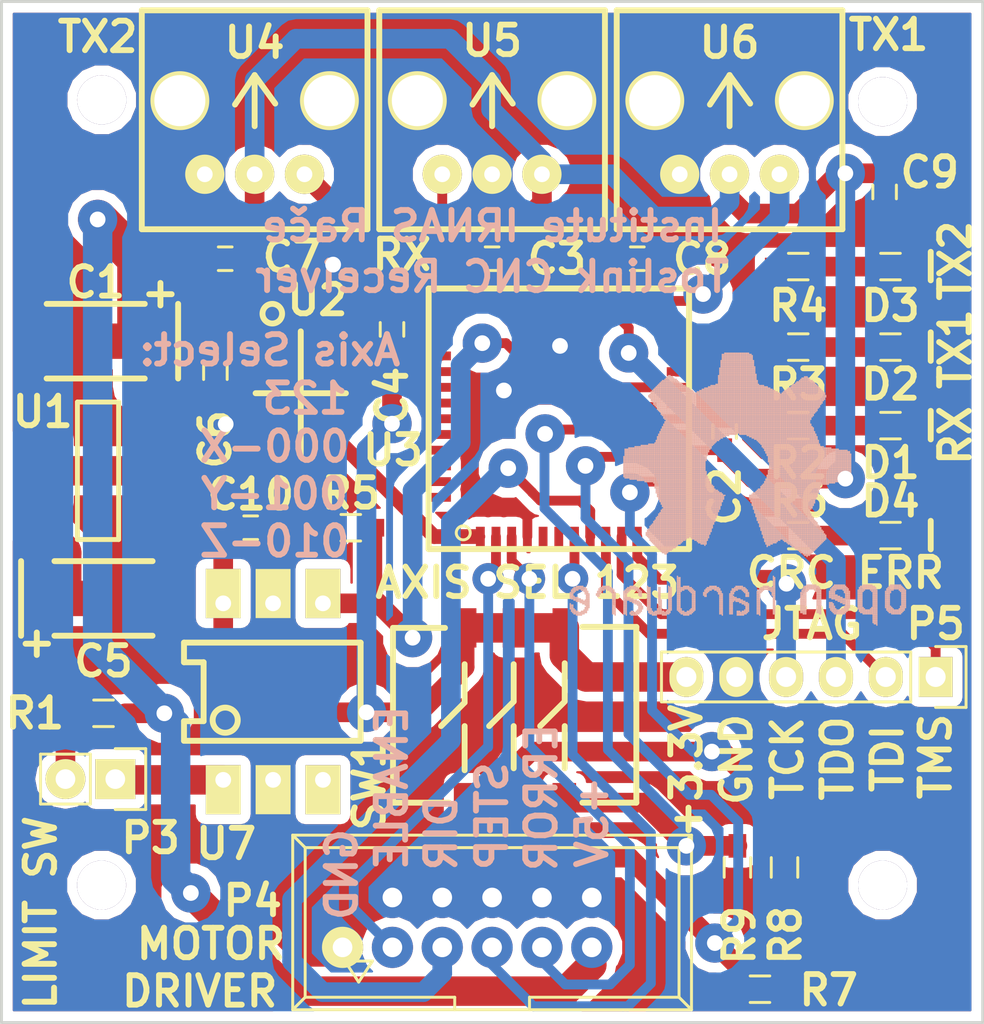
<source format=kicad_pcb>
(kicad_pcb (version 4) (host pcbnew 4.0.0-rc1-stable)
  (title_block (title "Toslink CNC Receiver One Axis") (date 2016-02-10) (rev 2.0) (company "Institute IRNAS Rače"))
  (layers (0 F.Cu signal) (31 B.Cu signal) (34 B.Paste user) (35 F.Paste user) (36 B.SilkS user) (37 F.SilkS user) (38 B.Mask user) (39 F.Mask user) (44 Edge.Cuts user))
  (net 0 "")
  (net 1 GND)
  (net 2 +5V)
  (net 3 +3V3)
  (net 4 ENABLE)
  (net 5 DIR)
  (net 6 STEP)
  (net 7 ERROR)
  (net 8 TMS)
  (net 9 TDI)
  (net 10 TDO)
  (net 11 TCK)
  (net 12 CLK)
  (net 13 TOLSINK_RX)
  (net 14 "Net-(P3-Pad1)")
  (net 15 "Net-(P3-Pad2)")
  (net 16 LIMIT)
  (net 17 TOSLINK_TX1)
  (net 18 TOSLINK_TX2)
  (net 19 "Net-(D1-Pad2)")
  (net 20 "Net-(D2-Pad2)")
  (net 21 "Net-(D3-Pad2)")
  (net 22 "Net-(D4-Pad2)")
  (net 23 CRC_ERROR)
  (net 24 AXIS_X)
  (net 25 AXIS_Y)
  (net 26 AXIS_Z)
  (net 27 RX_LED)
  (net 28 TX1_LED)
  (net 29 TX2_LED)
  (module VQFP44:VASCH5x2 (layer F.Cu) (at 67.476 119.8288)
    (fp_text reference P4 (at -12.2 -1.1) (layer F.SilkS) (effects (font (size 1.5 1.5) (thickness 0.3))))
    (fp_text value "PoStep25-32 connector" hide)
    (pad 1 thru_hole circle (at -5.08 1.27) (size 2.1 2.1) (drill 1) (layers *.Cu *.Mask) (net 4 ENABLE))
    (pad 2 thru_hole circle (at -5.08 -1.27) (size 2.1 2.1) (drill 1) (layers *.Cu *.Mask) (net 1 GND))
    (pad 3 thru_hole circle (at -2.54 1.27) (size 2.1 2.1) (drill 1) (layers *.Cu *.Mask) (net 5 DIR))
    (pad 4 thru_hole circle (at -2.54 -1.27) (size 2.1 2.1) (drill 1) (layers *.Cu *.Mask) (net 1 GND))
    (pad 5 thru_hole circle (at 0 1.27) (size 2.1 2.1) (drill 1) (layers *.Cu *.Mask) (net 6 STEP))
    (pad 6 thru_hole circle (at 0 -1.27) (size 2.1 2.1) (drill 1) (layers *.Cu *.Mask) (net 1 GND))
    (pad 7 thru_hole circle (at 2.54 1.27) (size 2.1 2.1) (drill 1) (layers *.Cu *.Mask) (net 7 ERROR))
    (pad 8 thru_hole circle (at 2.54 -1.27) (size 2.1 2.1) (drill 1) (layers *.Cu *.Mask) (net 1 GND))
    (pad 9 thru_hole circle (at 5.08 1.27) (size 2.1 2.1) (drill 1) (layers *.Cu *.Mask) (net 2 +5V))
    (pad 10 thru_hole circle (at 5.08 -1.27) (size 2.1 2.1) (drill 1) (layers *.Cu *.Mask) (net 1 GND))
    (pad 2 thru_hole circle (at -7.62 1.27) (size 2.1 2.1) (drill 1) (layers *.Cu *.Mask F.SilkS) (net 1 GND))
  )
  (module Socket_Strips:Socket_Strip_Straight_1x02 (layer F.Cu) (at 48.276 112.5288 180)
    (fp_text reference P3 (at -1.8 -3 360) (layer F.SilkS) (effects (font (size 1.5 1.5) (thickness 0.3))))
    (fp_text value "LIMIT SWITCH 1" hide)
    (pad 1 thru_hole rect (at 0 0 180) (size 2.032 2.032) (drill 1) (layers *.Cu *.Mask F.SilkS) (net 14 "Net-(P3-Pad1)"))
    (pad 2 thru_hole oval (at 2.54 0 180) (size 2.032 2.032) (drill 1) (layers *.Cu *.Mask F.SilkS) (net 15 "Net-(P3-Pad2)"))
  )
  (module VQFP44:DLT1111 (layer F.Cu) (at 55.376 81.7288)
    (fp_text reference U4 (at 0 -6.7) (layer F.SilkS) (effects (font (size 1.5 1.5) (thickness 0.3))))
    (fp_text value DLT1111 hide)
    (pad 1 thru_hole circle (at 3.81 -3.75) (size 3 3) (drill 2.6) (layers *.Cu *.Mask F.SilkS) (net 1 GND))
    (pad 3 thru_hole circle (at 2.54 0) (size 2 2) (drill 0.8) (layers *.Cu *.Mask F.SilkS) (net 18 TOSLINK_TX2))
    (pad 2 thru_hole circle (at 0 0) (size 2 2) (drill 0.8) (layers *.Cu *.Mask F.SilkS) (net 3 +3V3))
    (pad 1 thru_hole circle (at -2.54 0) (size 2 2) (drill 0.8) (layers *.Cu *.Mask F.SilkS) (net 1 GND))
    (pad 1 thru_hole circle (at -3.81 -3.75) (size 3 3) (drill 2.6) (layers *.Cu *.Mask F.SilkS) (net 1 GND))
  )
  (module VQFP44:DLR1111 (layer F.Cu) (at 67.476 81.7288)
    (fp_text reference U5 (at 0 -6.8) (layer F.SilkS) (effects (font (size 1.5 1.5) (thickness 0.3))))
    (fp_text value DLR1111 hide)
    (pad 2 thru_hole circle (at 3.81 -3.75) (size 3 3) (drill 2.6) (layers *.Cu *.Mask F.SilkS) (net 1 GND))
    (pad 3 thru_hole circle (at 2.54 0) (size 2 2) (drill 0.8) (layers *.Cu *.Mask F.SilkS) (net 3 +3V3))
    (pad 2 thru_hole circle (at 0 0) (size 2 2) (drill 0.8) (layers *.Cu *.Mask F.SilkS) (net 1 GND))
    (pad 1 thru_hole circle (at -2.54 0) (size 2 2) (drill 0.8) (layers *.Cu *.Mask F.SilkS) (net 13 TOLSINK_RX))
    (pad 2 thru_hole circle (at -3.81 -3.75) (size 3 3) (drill 2.6) (layers *.Cu *.Mask F.SilkS) (net 1 GND))
  )
  (module VQFP44:DLT1111 (layer F.Cu) (at 79.576 81.7288)
    (fp_text reference U6 (at 0 -6.7) (layer F.SilkS) (effects (font (size 1.5 1.5) (thickness 0.3))))
    (fp_text value DLT1111 hide)
    (pad 1 thru_hole circle (at 3.81 -3.75) (size 3 3) (drill 2.6) (layers *.Cu *.Mask F.SilkS) (net 1 GND))
    (pad 3 thru_hole circle (at 2.54 0) (size 2 2) (drill 0.8) (layers *.Cu *.Mask F.SilkS) (net 17 TOSLINK_TX1))
    (pad 2 thru_hole circle (at 0 0) (size 2 2) (drill 0.8) (layers *.Cu *.Mask F.SilkS) (net 3 +3V3))
    (pad 1 thru_hole circle (at -2.54 0) (size 2 2) (drill 0.8) (layers *.Cu *.Mask F.SilkS) (net 1 GND))
    (pad 1 thru_hole circle (at -3.81 -3.75) (size 3 3) (drill 2.6) (layers *.Cu *.Mask F.SilkS) (net 1 GND))
  )
  (module Socket_Strips:Socket_Strip_Straight_1x06 (layer F.Cu) (at 90.076 107.3288 180)
    (fp_text reference P5 (at 0 2.7 180) (layer F.SilkS) (effects (font (size 1.5 1.5) (thickness 0.3))))
    (fp_text value JTAG (at 6.3 2.7 180) (layer F.SilkS) (effects (font (size 1.5 1.5) (thickness 0.3))))
    (fp_text user +3.3V (at 12.7 -4.8 270) (layer F.SilkS) (effects (font (size 1.5 1.5) (thickness 0.3))))
    (fp_text user GND (at 10.15 -4.2 270) (layer F.SilkS) (effects (font (size 1.5 1.5) (thickness 0.3))))
    (fp_text user TCK (at 7.55 -4.15 270) (layer F.SilkS) (effects (font (size 1.5 1.5) (thickness 0.3))))
    (fp_text user TDO (at 5 -4.15 270) (layer F.SilkS) (effects (font (size 1.5 1.5) (thickness 0.3))))
    (fp_text user TDI (at 2.45 -4.15 270) (layer F.SilkS) (effects (font (size 1.5 1.5) (thickness 0.3))))
    (fp_text user TMS (at 0 -4.05 270) (layer F.SilkS) (effects (font (size 1.5 1.5) (thickness 0.3))))
    (pad 1 thru_hole rect (at 0 0 180) (size 1.7272 2.032) (drill 1.016) (layers *.Cu *.Mask F.SilkS) (net 8 TMS))
    (pad 2 thru_hole oval (at 2.54 0 180) (size 1.7272 2.032) (drill 1.016) (layers *.Cu *.Mask F.SilkS) (net 9 TDI))
    (pad 3 thru_hole oval (at 5.08 0 180) (size 1.7272 2.032) (drill 1.016) (layers *.Cu *.Mask F.SilkS) (net 10 TDO))
    (pad 4 thru_hole oval (at 7.62 0 180) (size 1.7272 2.032) (drill 1.016) (layers *.Cu *.Mask F.SilkS) (net 11 TCK))
    (pad 5 thru_hole oval (at 10.16 0 180) (size 1.7272 2.032) (drill 1.016) (layers *.Cu *.Mask F.SilkS) (net 1 GND))
    (pad 6 thru_hole oval (at 12.7 0 180) (size 1.7272 2.032) (drill 1.016) (layers *.Cu *.Mask F.SilkS) (net 3 +3V3))
  )
  (module VQFP44:MountingHole_1-5mm (layer F.Cu) (at 47.586 77.9388)
    (fp_text reference REF** hide)
    (fp_text value MountingHole_1-5mm hide)
    (pad 1 thru_hole circle (at 0 0) (size 2.5 2.5) (drill 2.5) (layers *.Cu))
  )
  (module VQFP44:MountingHole_1-5mm (layer F.Cu) (at 87.376 78.0288)
    (fp_text reference REF** hide)
    (fp_text value MountingHole_1-5mm hide)
    (pad 1 thru_hole circle (at 0 0) (size 2.5 2.5) (drill 2.5) (layers *.Cu))
  )
  (module VQFP44:MountingHole_1-5mm (layer F.Cu) (at 47.576 117.9288)
    (fp_text reference REF** hide)
    (fp_text value MountingHole_1-5mm hide)
    (pad 1 thru_hole circle (at 0 0) (size 2.5 2.5) (drill 2.5) (layers *.Cu))
  )
  (module VQFP44:H11L1S-M (layer F.Cu) (at 53.776 103.5788)
    (fp_text reference U7 (at 0.15 12.25 180) (layer F.SilkS) (effects (font (size 1.5 1.5) (thickness 0.3))))
    (fp_text value H11L1S-M hide)
    (pad 3 thru_hole rect (at 5.08 8.99) (size 1.78 2.5) (drill 0.8 (offset 0 0.5)) (layers *.Cu *.Mask F.SilkS))
    (pad 2 thru_hole rect (at 2.54 8.99) (size 1.78 2.5) (drill 0.8 (offset 0 0.5)) (layers *.Cu *.Mask F.SilkS) (net 1 GND))
    (pad 1 thru_hole rect (at 0 8.99) (size 1.78 2.5) (drill 0.8 (offset 0 0.5)) (layers *.Cu *.Mask F.SilkS) (net 14 "Net-(P3-Pad1)"))
    (pad 4 thru_hole rect (at 5.08 0) (size 1.78 2.5) (drill 0.8 (offset 0 -0.5)) (layers *.Cu *.Mask F.SilkS) (net 16 LIMIT))
    (pad 5 thru_hole rect (at 2.54 0) (size 1.78 2.5) (drill 0.8 (offset 0 -0.5)) (layers *.Cu *.Mask F.SilkS) (net 1 GND))
    (pad 6 thru_hole rect (at 0 0) (size 1.78 2.5) (drill 0.8 (offset 0 -0.5)) (layers *.Cu *.Mask F.SilkS) (net 3 +3V3))
  )
  (module VQFP44:VQFP44 (layer F.Cu) (at 66.876 100.1788)
    (fp_text reference U3 (at -4.45 -4.4 180) (layer F.SilkS) (effects (font (size 1.5 1.5) (thickness 0.3))))
    (fp_text value XC9572XL hide)
    (pad 1 smd rect (at 0 0) (size 0.44958 1) (layers F.Cu F.Paste F.Mask) (net 12 CLK))
    (pad 2 smd rect (at 0.79756 0) (size 0.44958 1) (layers F.Cu F.Paste F.Mask) (net 4 ENABLE))
    (pad 3 smd rect (at 1.59766 0) (size 0.44958 1) (layers F.Cu F.Paste F.Mask) (net 7 ERROR))
    (pad 4 smd rect (at 2.39776 0) (size 0.44958 1) (layers F.Cu F.Paste F.Mask) (net 1 GND))
    (pad 5 smd rect (at 3.19786 0) (size 0.44958 1) (layers F.Cu F.Paste F.Mask))
    (pad 6 smd rect (at 3.99796 0) (size 0.44958 1) (layers F.Cu F.Paste F.Mask))
    (pad 7 smd rect (at 4.79806 0) (size 0.44958 1) (layers F.Cu F.Paste F.Mask) (net 6 STEP))
    (pad 8 smd rect (at 5.59816 0) (size 0.44958 1) (layers F.Cu F.Paste F.Mask) (net 5 DIR))
    (pad 9 smd rect (at 6.39826 0) (size 0.44958 1) (layers F.Cu F.Paste F.Mask) (net 9 TDI))
    (pad 10 smd rect (at 7.19836 0) (size 0.44958 1) (layers F.Cu F.Paste F.Mask) (net 8 TMS))
    (pad 11 smd rect (at 7.99846 0) (size 0.44958 1) (layers F.Cu F.Paste F.Mask) (net 11 TCK))
    (pad 12 smd rect (at 9.99998 -1.99898 270) (size 0.44958 1) (layers F.Cu F.Paste F.Mask) (net 23 CRC_ERROR))
    (pad 13 smd rect (at 9.99998 -2.79908 270) (size 0.44958 1) (layers F.Cu F.Paste F.Mask) (net 25 AXIS_Y))
    (pad 14 smd rect (at 9.99998 -3.59918 270) (size 0.44958 1) (layers F.Cu F.Paste F.Mask) (net 24 AXIS_X))
    (pad 15 smd rect (at 9.99998 -4.39928 270) (size 0.44958 1) (layers F.Cu F.Paste F.Mask) (net 3 +3V3))
    (pad 16 smd rect (at 9.99998 -5.19938 270) (size 0.44958 1) (layers F.Cu F.Paste F.Mask) (net 26 AXIS_Z))
    (pad 17 smd rect (at 9.99998 -5.99948 270) (size 0.44958 1) (layers F.Cu F.Paste F.Mask) (net 1 GND))
    (pad 18 smd rect (at 9.99998 -6.79958 270) (size 0.44958 1) (layers F.Cu F.Paste F.Mask))
    (pad 19 smd rect (at 9.99998 -7.59968 270) (size 0.44958 1) (layers F.Cu F.Paste F.Mask) (net 16 LIMIT))
    (pad 20 smd rect (at 9.99998 -8.39978 270) (size 0.44958 1) (layers F.Cu F.Paste F.Mask) (net 27 RX_LED))
    (pad 21 smd rect (at 9.99998 -9.19988 270) (size 0.44958 1) (layers F.Cu F.Paste F.Mask) (net 28 TX1_LED))
    (pad 22 smd rect (at 9.99998 -9.99998 270) (size 0.44958 1) (layers F.Cu F.Paste F.Mask) (net 29 TX2_LED))
    (pad 23 smd rect (at 7.99846 -11.99896 180) (size 0.44958 1) (layers F.Cu F.Paste F.Mask) (net 17 TOSLINK_TX1))
    (pad 24 smd rect (at 7.19836 -11.99896 180) (size 0.44958 1) (layers F.Cu F.Paste F.Mask) (net 10 TDO))
    (pad 25 smd rect (at 6.39826 -11.99896 180) (size 0.44958 1) (layers F.Cu F.Paste F.Mask) (net 1 GND))
    (pad 26 smd rect (at 5.59816 -11.99896 180) (size 0.44958 1) (layers F.Cu F.Paste F.Mask) (net 3 +3V3))
    (pad 27 smd rect (at 4.79806 -11.99896 180) (size 0.44958 1) (layers F.Cu F.Paste F.Mask))
    (pad 28 smd rect (at 3.99796 -11.99896 180) (size 0.44958 1) (layers F.Cu F.Paste F.Mask))
    (pad 29 smd rect (at 3.19786 -11.99896 180) (size 0.44958 1) (layers F.Cu F.Paste F.Mask))
    (pad 30 smd rect (at 2.39776 -11.99896 180) (size 0.44958 1) (layers F.Cu F.Paste F.Mask))
    (pad 31 smd rect (at 1.59766 -11.99896 180) (size 0.44958 1) (layers F.Cu F.Paste F.Mask))
    (pad 32 smd rect (at 0.79756 -11.99896 180) (size 0.44958 1) (layers F.Cu F.Paste F.Mask))
    (pad 33 smd rect (at 0 -11.99896 180) (size 0.44958 1) (layers F.Cu F.Paste F.Mask) (net 13 TOLSINK_RX))
    (pad 34 smd rect (at -1.99898 -9.99998 90) (size 0.44958 1) (layers F.Cu F.Paste F.Mask) (net 18 TOSLINK_TX2))
    (pad 35 smd rect (at -1.99898 -9.19988 90) (size 0.44958 1) (layers F.Cu F.Paste F.Mask) (net 3 +3V3))
    (pad 36 smd rect (at -1.99898 -8.39978 90) (size 0.44958 1) (layers F.Cu F.Paste F.Mask))
    (pad 37 smd rect (at -1.99898 -7.59968 90) (size 0.44958 1) (layers F.Cu F.Paste F.Mask))
    (pad 38 smd rect (at -1.99898 -6.79958 90) (size 0.44958 1) (layers F.Cu F.Paste F.Mask))
    (pad 39 smd rect (at -1.99898 -5.99948 90) (size 0.44958 1) (layers F.Cu F.Paste F.Mask))
    (pad 40 smd rect (at -1.99898 -5.19938 90) (size 0.44958 1) (layers F.Cu F.Paste F.Mask))
    (pad 41 smd rect (at -1.99898 -4.39928 90) (size 0.44958 1) (layers F.Cu F.Paste F.Mask))
    (pad 42 smd rect (at -1.99898 -3.59918 90) (size 0.44958 1) (layers F.Cu F.Paste F.Mask))
    (pad 43 smd rect (at -1.99898 -2.79908 90) (size 0.44958 1) (layers F.Cu F.Paste F.Mask))
    (pad 44 smd rect (at -1.99898 -1.99898 90) (size 0.44958 1) (layers F.Cu F.Paste F.Mask))
  )
  (module VQFP44:SOT-223 (layer F.Cu) (at 50.376 96.8288 90)
    (fp_text reference U1 (at 3 -5.8 180) (layer F.SilkS) (effects (font (size 1.5 1.5) (thickness 0.3))))
    (fp_text value TLV1117 hide)
    (pad 3 smd rect (at 2.3 0 90) (size 0.95 2.15) (layers F.Cu F.Paste F.Mask) (net 2 +5V))
    (pad 1 smd rect (at -2.3 0 90) (size 0.95 2.15) (layers F.Cu F.Paste F.Mask) (net 1 GND))
    (pad 2 smd rect (at 0 0 90) (size 0.95 2.15) (layers F.Cu F.Paste F.Mask) (net 3 +3V3))
    (pad 2 smd rect (at 0 -5.8 90) (size 3.25 2.15) (layers F.Cu F.Paste F.Mask) (net 3 +3V3))
  )
  (module Resistors_SMD:R_0603_HandSoldering (layer F.Cu) (at 60.276 99.7288)
    (fp_text reference R5 (at 0 -1.75) (layer F.SilkS) (effects (font (size 1.5 1.5) (thickness 0.3))))
    (fp_text value 10K hide)
    (pad 1 smd rect (at -1.1 0) (size 1.2 0.9) (layers F.Cu F.Paste F.Mask) (net 3 +3V3))
    (pad 2 smd rect (at 1.1 0) (size 1.2 0.9) (layers F.Cu F.Paste F.Mask) (net 16 LIMIT))
  )
  (module Resistors_SMD:R_0603_HandSoldering (layer F.Cu) (at 47.676 109.1788 180)
    (fp_text reference R1 (at 3.5 0 180) (layer F.SilkS) (effects (font (size 1.5 1.5) (thickness 0.3))))
    (fp_text value 1K hide)
    (pad 1 smd rect (at -1.1 0 180) (size 1.2 0.9) (layers F.Cu F.Paste F.Mask) (net 2 +5V))
    (pad 2 smd rect (at 1.1 0 180) (size 1.2 0.9) (layers F.Cu F.Paste F.Mask) (net 15 "Net-(P3-Pad2)"))
  )
  (module Capacitors_SMD:C_0603_HandSoldering (layer F.Cu) (at 55.176 99.7288 180)
    (fp_text reference C10 (at 0 1.7 180) (layer F.SilkS) (effects (font (size 1.5 1.5) (thickness 0.3))))
    (fp_text value 100nF,25V hide)
    (pad 1 smd rect (at -0.95 0 180) (size 1.2 0.75) (layers F.Cu F.Paste F.Mask) (net 1 GND))
    (pad 2 smd rect (at 0.95 0 180) (size 1.2 0.75) (layers F.Cu F.Paste F.Mask) (net 3 +3V3))
  )
  (module Capacitors_SMD:C_0603_HandSoldering (layer F.Cu) (at 87.476 82.6288 270)
    (fp_text reference C9 (at -1 -2.3 540) (layer F.SilkS) (effects (font (size 1.5 1.5) (thickness 0.3))))
    (fp_text value 100nF,25V hide)
    (pad 1 smd rect (at -0.95 0 270) (size 1.2 0.75) (layers F.Cu F.Paste F.Mask) (net 3 +3V3))
    (pad 2 smd rect (at 0.95 0 270) (size 1.2 0.75) (layers F.Cu F.Paste F.Mask) (net 1 GND))
  )
  (module Capacitors_SMD:C_0603_HandSoldering (layer F.Cu) (at 74.876 86.0288)
    (fp_text reference C8 (at 3.3 0) (layer F.SilkS) (effects (font (size 1.5 1.5) (thickness 0.3))))
    (fp_text value 100nF,25V hide)
    (pad 1 smd rect (at -0.95 0) (size 1.2 0.75) (layers F.Cu F.Paste F.Mask) (net 3 +3V3))
    (pad 2 smd rect (at 0.95 0) (size 1.2 0.75) (layers F.Cu F.Paste F.Mask) (net 1 GND))
  )
  (module Capacitors_SMD:C_0603_HandSoldering (layer F.Cu) (at 53.876 86.0288 180)
    (fp_text reference C7 (at -3.4 0.1 180) (layer F.SilkS) (effects (font (size 1.5 1.5) (thickness 0.3))))
    (fp_text value 100nF,25V hide)
    (pad 1 smd rect (at -0.95 0 180) (size 1.2 0.75) (layers F.Cu F.Paste F.Mask) (net 3 +3V3))
    (pad 2 smd rect (at 0.95 0 180) (size 1.2 0.75) (layers F.Cu F.Paste F.Mask) (net 1 GND))
  )
  (module Capacitors_SMD:C_0603_HandSoldering (layer F.Cu) (at 53.376 91.8288 90)
    (fp_text reference C6 (at -3.4 0 90) (layer F.SilkS) (effects (font (size 1.5 1.5) (thickness 0.3))))
    (fp_text value 100nF,25V hide)
    (pad 1 smd rect (at -0.95 0 90) (size 1.2 0.75) (layers F.Cu F.Paste F.Mask) (net 1 GND))
    (pad 2 smd rect (at 0.95 0 90) (size 1.2 0.75) (layers F.Cu F.Paste F.Mask) (net 3 +3V3))
  )
  (module VQFP44:TantalC_SizeB_EIA-3528_HandSoldering (layer F.Cu) (at 47.676 103.3288)
    (fp_text reference C5 (at 0 3.2) (layer F.SilkS) (effects (font (size 1.5 1.5) (thickness 0.3))))
    (fp_text value 10uF,25V hide)
    (fp_text user + (at -3.4 2.2) (layer F.SilkS) (effects (font (size 1.5 1.5) (thickness 0.3))))
    (pad 2 smd rect (at 2.12598 0) (size 3.1496 1.80086) (layers F.Cu F.Paste F.Mask) (net 1 GND))
    (pad 1 smd rect (at -2.12598 0) (size 3.1496 1.80086) (layers F.Cu F.Paste F.Mask) (net 3 +3V3))
  )
  (module Capacitors_SMD:C_0603_HandSoldering (layer F.Cu) (at 62.376 89.6288 270)
    (fp_text reference C4 (at 3.4 0 270) (layer F.SilkS) (effects (font (size 1.5 1.5) (thickness 0.3))))
    (fp_text value 100nF,25V hide)
    (pad 1 smd rect (at -0.95 0 270) (size 1.2 0.75) (layers F.Cu F.Paste F.Mask) (net 1 GND))
    (pad 2 smd rect (at 0.95 0 270) (size 1.2 0.75) (layers F.Cu F.Paste F.Mask) (net 3 +3V3))
  )
  (module Capacitors_SMD:C_0603_HandSoldering (layer F.Cu) (at 67.476 86.0288)
    (fp_text reference C3 (at 3.3 0) (layer F.SilkS) (effects (font (size 1.5 1.5) (thickness 0.3))))
    (fp_text value 100nF,25V hide)
    (pad 1 smd rect (at -0.95 0) (size 1.2 0.75) (layers F.Cu F.Paste F.Mask) (net 1 GND))
    (pad 2 smd rect (at 0.95 0) (size 1.2 0.75) (layers F.Cu F.Paste F.Mask) (net 3 +3V3))
  )
  (module Capacitors_SMD:C_0603_HandSoldering (layer F.Cu) (at 79.326 94.8288 270)
    (fp_text reference C2 (at 3.3 0 270) (layer F.SilkS) (effects (font (size 1.5 1.5) (thickness 0.3))))
    (fp_text value 100nF,25V hide)
    (pad 1 smd rect (at -0.95 0 270) (size 1.2 0.75) (layers F.Cu F.Paste F.Mask) (net 1 GND))
    (pad 2 smd rect (at 0.95 0 270) (size 1.2 0.75) (layers F.Cu F.Paste F.Mask) (net 3 +3V3))
  )
  (module VQFP44:TantalC_SizeB_EIA-3528_HandSoldering (layer F.Cu) (at 47.276 90.2288 180)
    (fp_text reference C1 (at 0 3 360) (layer F.SilkS) (effects (font (size 1.5 1.5) (thickness 0.3))))
    (fp_text value 10uF,25V hide)
    (fp_text user + (at -3.3 2.5 180) (layer F.SilkS) (effects (font (size 1.5 1.5) (thickness 0.3))))
    (pad 2 smd rect (at 2.12598 0 180) (size 3.1496 1.80086) (layers F.Cu F.Paste F.Mask) (net 1 GND))
    (pad 1 smd rect (at -2.12598 0 180) (size 3.1496 1.80086) (layers F.Cu F.Paste F.Mask) (net 2 +5V))
  )
  (module CFPS-9-50M:CFPS-9-50M (layer F.Cu) (at 56.576 91.6288 270)
    (fp_text reference U2 (at -3.5 -2 360) (layer F.SilkS) (effects (font (size 1.5 1.5) (thickness 0.3))))
    (fp_text value CFPS-9-50M hide)
    (pad 4 smd rect (at -0.64 -2.49 270) (size 2.9 2) (layers F.Cu F.Paste F.Mask) (net 3 +3V3))
    (pad 3 smd rect (at 3.18 -2.5 270) (size 2.9 2) (layers F.Cu F.Paste F.Mask) (net 12 CLK))
    (pad 2 smd rect (at 3.18 0.28 270) (size 2.9 2) (layers F.Cu F.Paste F.Mask) (net 1 GND))
    (pad 1 smd rect (at -0.65 0.27 270) (size 2.9 2) (layers F.Cu F.Paste F.Mask) (net 3 +3V3))
  )
  (module VQFP44:MountingHole_1-5mm (layer F.Cu) (at 87.376 117.9288)
    (fp_text reference REF** hide)
    (fp_text value MountingHole_1-5mm hide)
    (pad 1 thru_hole circle (at 0 0) (size 2.5 2.5) (drill 2.5) (layers *.Cu))
  )
  (module VQFP44:LED_0603_HandSoldering (layer F.Cu) (at 87.776 94.5288)
    (fp_text reference D1 (at 0 1.9) (layer F.SilkS) (effects (font (size 1.5 1.5) (thickness 0.3))))
    (fp_text value "LED Green" hide)
    (pad 2 smd rect (at -1.1 0) (size 1.2 0.9) (layers F.Cu F.Paste F.Mask) (net 19 "Net-(D1-Pad2)"))
    (pad 1 smd rect (at 1.1 0) (size 1.2 0.9) (layers F.Cu F.Paste F.Mask) (net 1 GND))
  )
  (module VQFP44:LED_0603_HandSoldering (layer F.Cu) (at 87.776 90.5288)
    (fp_text reference D2 (at 0 1.9) (layer F.SilkS) (effects (font (size 1.5 1.5) (thickness 0.3))))
    (fp_text value "LED Green" hide)
    (pad 2 smd rect (at -1.1 0) (size 1.2 0.9) (layers F.Cu F.Paste F.Mask) (net 20 "Net-(D2-Pad2)"))
    (pad 1 smd rect (at 1.1 0) (size 1.2 0.9) (layers F.Cu F.Paste F.Mask) (net 1 GND))
  )
  (module VQFP44:LED_0603_HandSoldering (layer F.Cu) (at 87.776 86.4288)
    (fp_text reference D3 (at 0 2) (layer F.SilkS) (effects (font (size 1.5 1.5) (thickness 0.3))))
    (fp_text value "LED Green" hide)
    (pad 2 smd rect (at -1.1 0) (size 1.2 0.9) (layers F.Cu F.Paste F.Mask) (net 21 "Net-(D3-Pad2)"))
    (pad 1 smd rect (at 1.1 0) (size 1.2 0.9) (layers F.Cu F.Paste F.Mask) (net 1 GND))
  )
  (module Resistors_SMD:R_0603_HandSoldering (layer F.Cu) (at 83.076 94.5288 180)
    (fp_text reference R2 (at 0 -1.9 180) (layer F.SilkS) (effects (font (size 1.5 1.5) (thickness 0.3))))
    (fp_text value 1K hide)
    (pad 1 smd rect (at -1.1 0 180) (size 1.2 0.9) (layers F.Cu F.Paste F.Mask) (net 19 "Net-(D1-Pad2)"))
    (pad 2 smd rect (at 1.1 0 180) (size 1.2 0.9) (layers F.Cu F.Paste F.Mask) (net 27 RX_LED))
  )
  (module Resistors_SMD:R_0603_HandSoldering (layer F.Cu) (at 83.076 90.5288 180)
    (fp_text reference R3 (at 0 -1.9 180) (layer F.SilkS) (effects (font (size 1.5 1.5) (thickness 0.3))))
    (fp_text value 1K hide)
    (pad 1 smd rect (at -1.1 0 180) (size 1.2 0.9) (layers F.Cu F.Paste F.Mask) (net 20 "Net-(D2-Pad2)"))
    (pad 2 smd rect (at 1.1 0 180) (size 1.2 0.9) (layers F.Cu F.Paste F.Mask) (net 28 TX1_LED))
  )
  (module Resistors_SMD:R_0603_HandSoldering (layer F.Cu) (at 83.076 86.4288 180)
    (fp_text reference R4 (at 0 -2 180) (layer F.SilkS) (effects (font (size 1.5 1.5) (thickness 0.3))))
    (fp_text value 1K hide)
    (pad 1 smd rect (at -1.1 0 180) (size 1.2 0.9) (layers F.Cu F.Paste F.Mask) (net 21 "Net-(D3-Pad2)"))
    (pad 2 smd rect (at 1.1 0 180) (size 1.2 0.9) (layers F.Cu F.Paste F.Mask) (net 29 TX2_LED))
  )
  (module VQFP44:LED_0603_HandSoldering (layer F.Cu) (at 87.776 100.1288)
    (fp_text reference D4 (at 0 -1.75 180) (layer F.SilkS) (effects (font (size 1.5 1.5) (thickness 0.3))))
    (fp_text value "LED Red" hide)
    (pad 2 smd rect (at -1.1 0) (size 1.2 0.9) (layers F.Cu F.Paste F.Mask) (net 22 "Net-(D4-Pad2)"))
    (pad 1 smd rect (at 1.1 0) (size 1.2 0.9) (layers F.Cu F.Paste F.Mask) (net 1 GND))
  )
  (module Resistors_SMD:R_0603_HandSoldering (layer F.Cu) (at 83.076 100.1288 180)
    (fp_text reference R6 (at -0.05 1.75 360) (layer F.SilkS) (effects (font (size 1.5 1.5) (thickness 0.3))))
    (fp_text value 1K hide)
    (pad 1 smd rect (at -1.1 0 180) (size 1.2 0.9) (layers F.Cu F.Paste F.Mask) (net 22 "Net-(D4-Pad2)"))
    (pad 2 smd rect (at 1.1 0 180) (size 1.2 0.9) (layers F.Cu F.Paste F.Mask) (net 23 CRC_ERROR))
  )
  (module Resistors_SMD:R_0603_HandSoldering (layer F.Cu) (at 81.126 123.2288 180)
    (fp_text reference R7 (at -3.5 -0.05 180) (layer F.SilkS) (effects (font (size 1.5 1.5) (thickness 0.3))))
    (fp_text value 10K hide)
    (pad 1 smd rect (at -1.1 0 180) (size 1.2 0.9) (layers F.Cu F.Paste F.Mask) (net 1 GND))
    (pad 2 smd rect (at 1.1 0 180) (size 1.2 0.9) (layers F.Cu F.Paste F.Mask) (net 24 AXIS_X))
  )
  (module Resistors_SMD:R_0603_HandSoldering (layer F.Cu) (at 82.376 117.0288 90)
    (fp_text reference R8 (at -3.45 0.05 270) (layer F.SilkS) (effects (font (size 1.5 1.5) (thickness 0.3))))
    (fp_text value 10K hide)
    (pad 1 smd rect (at -1.1 0 90) (size 1.2 0.9) (layers F.Cu F.Paste F.Mask) (net 1 GND))
    (pad 2 smd rect (at 1.1 0 90) (size 1.2 0.9) (layers F.Cu F.Paste F.Mask) (net 25 AXIS_Y))
  )
  (module Resistors_SMD:R_0603_HandSoldering (layer F.Cu) (at 79.976 117.0288 90)
    (fp_text reference R9 (at -3.45 0.1 90) (layer F.SilkS) (effects (font (size 1.5 1.5) (thickness 0.3))))
    (fp_text value 10K hide)
    (pad 1 smd rect (at -1.1 0 90) (size 1.2 0.9) (layers F.Cu F.Paste F.Mask) (net 1 GND))
    (pad 2 smd rect (at 1.1 0 90) (size 1.2 0.9) (layers F.Cu F.Paste F.Mask) (net 26 AXIS_Z))
  )
  (module OMRON_ELECTRONIC_COMPONENTS_A6S-3102-H_DIP_Switch:OMRON_ELECTRONIC_COMPONENTS_A6S-3102-H_DIP_Switch (layer F.Cu) (at 66.076 113.7288)
    (fp_text reference SW1 (at -4.85 -0.9 90) (layer F.SilkS) (effects (font (size 1.5 1.5) (thickness 0.3))))
    (fp_text value DIP3 hide)
    (pad 3 smd rect (at 5.08 0) (size 1.2 2) (layers F.Cu F.Paste F.Mask) (net 26 AXIS_Z))
    (pad 4 smd rect (at 5.08 -8.9) (size 1.2 2) (layers F.Cu F.Paste F.Mask) (net 3 +3V3))
    (pad 5 smd rect (at 2.54 -8.9) (size 1.2 2) (layers F.Cu F.Paste F.Mask) (net 3 +3V3))
    (pad 6 smd rect (at 0 -8.9) (size 1.2 2) (layers F.Cu F.Paste F.Mask) (net 3 +3V3))
    (pad 2 smd rect (at 2.54 0) (size 1.2 2) (layers F.Cu F.Paste F.Mask) (net 25 AXIS_Y))
    (pad 1 smd rect (at 0 0) (size 1.1 2) (layers F.Cu F.Paste F.Mask) (net 24 AXIS_X))
  )
  (module OPEN_HW:OSHWLOGO0.75IN (layer B.Cu) (at 89.526 88.4588 180)
    (fp_text reference G*** hide)
    (fp_text value LOGO hide)
  )
  (gr_text 123 (at 57.946 93.1488) (layer B.SilkS) (effects (font (size 1.5 1.5) (thickness 0.3)) (justify mirror)))
  (gr_text "000-X\n001-Y\n010-Z" (at 56.386 98.0088) (layer B.SilkS) (effects (font (size 1.5 1.5) (thickness 0.3)) (justify mirror)))
  (gr_text "Axis Select:" (at 56.156 90.6888) (layer B.SilkS) (effects (font (size 1.5 1.5) (thickness 0.3)) (justify mirror)))
  (gr_text "Toslink CNC Receiver" (at 67.476 86.9488) (layer B.SilkS) (effects (font (size 1.5 1.5) (thickness 0.3)) (justify mirror)))
  (gr_text "Institute IRNAS Rače" (at 67.476 84.3688) (layer B.SilkS) (effects (font (size 1.5 1.5) (thickness 0.3)) (justify mirror)))
  (gr_text GND (at 59.816 117.3888 90) (layer B.SilkS) (effects (font (size 1.5 1.5) (thickness 0.3)) (justify mirror)))
  (gr_text +5V (at 72.576 114.7188 90) (layer B.SilkS) (effects (font (size 1.5 1.5) (thickness 0.3)) (justify mirror)))
  (gr_text ERROR (at 69.986 113.4588 90) (layer B.SilkS) (effects (font (size 1.5 1.5) (thickness 0.3)) (justify mirror)))
  (gr_text STEP (at 67.476 114.4188 90) (layer B.SilkS) (effects (font (size 1.5 1.5) (thickness 0.3)) (justify mirror)))
  (gr_text DIR (at 64.886 115.2888 90) (layer B.SilkS) (effects (font (size 1.5 1.5) (thickness 0.3)) (justify mirror)))
  (gr_text ENABLE (at 62.366 112.9688 90) (layer B.SilkS) (effects (font (size 1.5 1.5) (thickness 0.3)) (justify mirror)))
  (gr_text TX2 (at 91.076 86.1288 90) (layer F.SilkS) (effects (font (size 1.5 1.5) (thickness 0.3))))
  (gr_text TX1 (at 91.076 90.6288 90) (layer F.SilkS) (effects (font (size 1.5 1.5) (thickness 0.3))))
  (gr_text RX (at 91.076 95.0288 90) (layer F.SilkS) (effects (font (size 1.5 1.5) (thickness 0.3))))
  (gr_text "AXIS SEL 123" (at 69.276 102.5288) (layer F.SilkS) (effects (font (size 1.5 1.5) (thickness 0.3))))
  (gr_text " MOTOR\nDRIVER" (at 52.576 122.1288) (layer F.SilkS) (effects (font (size 1.5 1.5) (thickness 0.3))))
  (gr_text "LIMIT SW" (at 44.476 119.3288 90) (layer F.SilkS) (effects (font (size 1.5 1.5) (thickness 0.3))))
  (gr_text "CRC ERR" (at 85.476 102.0288) (layer F.SilkS) (effects (font (size 1.5 1.5) (thickness 0.3))))
  (gr_text TX1 (at 87.676 74.6288) (layer F.SilkS) (effects (font (size 1.5 1.5) (thickness 0.3))))
  (gr_text TX2 (at 47.376 74.7288) (layer F.SilkS) (effects (font (size 1.5 1.5) (thickness 0.3))))
  (gr_text RX (at 62.876 85.8288) (layer F.SilkS) (effects (font (size 1.5 1.5) (thickness 0.3))))
  (gr_line (start 92.476 72.9288) (end 42.476 72.9288) (angle 90) (layer Edge.Cuts) (width 0.15))
  (gr_line (start 92.476 124.9288) (end 92.476 72.9288) (angle 90) (layer Edge.Cuts) (width 0.15))
  (gr_line (start 42.476 124.9288) (end 92.476 124.9288) (angle 90) (layer Edge.Cuts) (width 0.15))
  (gr_line (start 42.476 72.9288) (end 42.476 124.9288) (angle 90) (layer Edge.Cuts) (width 0.15))
  (segment (start 68.076 92.7388) (end 68.666 92.7388) (width 1) (layer B.Cu) (net 1))
  (segment (start 68.666 92.7388) (end 70.936 90.4688) (width 1) (layer B.Cu) (net 1))
  (segment (start 70.936 90.4688) (end 70.936 90.4788) (width 1) (layer B.Cu) (net 1))
  (segment (start 70.936 90.4788) (end 79.916 99.4588) (width 1) (layer B.Cu) (net 1))
  (segment (start 70.936 87.1388) (end 70.936 90.4688) (width 1) (layer B.Cu) (net 1))
  (segment (start 73.27426 89.38054) (end 73.27426 88.17984) (width 0.5) (layer F.Cu) (net 1))
  (segment (start 70.936 90.4688) (end 72.186 90.4688) (width 0.5) (layer F.Cu) (net 1))
  (via (at 70.936 90.4688) (size 2) (drill 0.8) (layers F.Cu B.Cu) (net 1))
  (segment (start 72.186 90.4688) (end 73.27426 89.38054) (width 0.5) (layer F.Cu) (net 1))
  (segment (start 70.936 87.1388) (end 70.936 87.1288) (width 1) (layer B.Cu) (net 1))
  (segment (start 70.936 87.1288) (end 70.936 87.1388) (width 1) (layer B.Cu) (net 1))
  (segment (start 68.076 92.7388) (end 68.916 92.7388) (width 0.5) (layer F.Cu) (net 1))
  (segment (start 73.526 93.4788) (end 71.736 93.4788) (width 0.5) (layer F.Cu) (net 1))
  (segment (start 75.77652 94.17932) (end 76.87598 94.17932) (width 0.5) (layer F.Cu) (net 1))
  (segment (start 75.076 93.4788) (end 73.526 93.4788) (width 0.5) (layer F.Cu) (net 1))
  (segment (start 75.77652 94.17932) (end 75.076 93.4788) (width 0.5) (layer F.Cu) (net 1))
  (segment (start 71.466 93.2088) (end 71.736 93.4788) (width 0.5) (layer F.Cu) (net 1))
  (segment (start 69.386 93.2088) (end 71.466 93.2088) (width 0.5) (layer F.Cu) (net 1))
  (segment (start 68.916 92.7388) (end 69.386 93.2088) (width 0.5) (layer F.Cu) (net 1))
  (segment (start 68.076 92.7388) (end 68.076 92.7988) (width 0.5) (layer F.Cu) (net 1))
  (segment (start 68.076 92.7988) (end 66.346 94.5288) (width 0.5) (layer F.Cu) (net 1))
  (segment (start 66.346 97.8188) (end 66.346 94.5288) (width 0.5) (layer F.Cu) (net 1))
  (segment (start 69.27376 100.1788) (end 69.27376 99.18656) (width 0.5) (layer F.Cu) (net 1))
  (segment (start 69.27376 99.18656) (end 68.736 98.6488) (width 0.5) (layer F.Cu) (net 1))
  (segment (start 68.736 98.6488) (end 67.176 98.6488) (width 0.5) (layer F.Cu) (net 1))
  (segment (start 67.176 98.6488) (end 66.346 97.8188) (width 0.5) (layer F.Cu) (net 1))
  (segment (start 66.346 94.5488) (end 66.346 94.5288) (width 0.5) (layer F.Cu) (net 1))
  (segment (start 68.296 92.5188) (end 68.076 92.7388) (width 0.5) (layer F.Cu) (net 1))
  (segment (start 68.076 92.7388) (end 68.096 92.7388) (width 1) (layer B.Cu) (net 1))
  (via (at 68.076 92.7388) (size 2) (drill 0.8) (layers F.Cu B.Cu) (net 1))
  (segment (start 59.856 118.5588) (end 59.856 121.0988) (width 1) (layer F.Cu) (net 1))
  (segment (start 59.856 121.0988) (end 59.866 121.1088) (width 0.381) (layer B.Cu) (net 1))
  (segment (start 79.916 107.3288) (end 79.916 99.6288) (width 1) (layer B.Cu) (net 1))
  (segment (start 70.936 87.1388) (end 67.476 83.6788) (width 1) (layer B.Cu) (net 1))
  (segment (start 59.376 86.3288) (end 64.826 86.3288) (width 1) (layer B.Cu) (net 1))
  (segment (start 64.826 86.3288) (end 67.476 83.6788) (width 1) (layer B.Cu) (net 1))
  (segment (start 67.476 83.6788) (end 67.476 81.7288) (width 1) (layer B.Cu) (net 1))
  (segment (start 76.87546 94.1788) (end 76.87598 94.17932) (width 0.5) (layer F.Cu) (net 1))
  (segment (start 59.376 86.3288) (end 53.326 86.3288) (width 1) (layer B.Cu) (net 1))
  (segment (start 61.726 88.6788) (end 59.376 86.3288) (width 1) (layer F.Cu) (net 1))
  (via (at 59.376 86.3288) (size 2) (drill 0.8) (layers F.Cu B.Cu) (net 1))
  (segment (start 62.376 88.6788) (end 61.726 88.6788) (width 1) (layer F.Cu) (net 1))
  (segment (start 53.326 86.3288) (end 52.826 85.8288) (width 1) (layer B.Cu) (net 1))
  (segment (start 76.87598 94.17932) (end 79.02548 94.17932) (width 0.5) (layer F.Cu) (net 1))
  (segment (start 79.02548 94.17932) (end 79.326 93.8788) (width 0.5) (layer F.Cu) (net 1))
  (segment (start 88.876 94.5288) (end 88.876 100.1288) (width 1) (layer F.Cu) (net 1))
  (segment (start 88.876 90.5288) (end 88.876 92.6288) (width 1) (layer F.Cu) (net 1))
  (segment (start 88.876 92.6288) (end 88.876 94.5288) (width 1) (layer F.Cu) (net 1))
  (segment (start 88.876 86.4288) (end 88.876 90.5288) (width 1) (layer F.Cu) (net 1))
  (segment (start 88.876 86.4288) (end 88.876 83.5788) (width 1) (layer F.Cu) (net 1))
  (segment (start 88.876 83.5788) (end 89.126 83.5788) (width 1) (layer F.Cu) (net 1))
  (segment (start 79.916 107.3288) (end 79.916 108.5688) (width 1) (layer F.Cu) (net 1))
  (segment (start 83.876 118.1288) (end 82.376 118.1288) (width 1) (layer F.Cu) (net 1))
  (segment (start 84.676 117.3288) (end 83.876 118.1288) (width 1) (layer F.Cu) (net 1))
  (segment (start 84.676 113.3288) (end 84.676 117.3288) (width 1) (layer F.Cu) (net 1))
  (segment (start 79.916 108.5688) (end 84.676 113.3288) (width 1) (layer F.Cu) (net 1))
  (segment (start 82.376 118.1288) (end 82.376 123.0788) (width 1) (layer F.Cu) (net 1))
  (segment (start 82.376 123.0788) (end 82.226 123.2288) (width 1) (layer F.Cu) (net 1))
  (segment (start 82.376 118.1288) (end 79.976 118.1288) (width 1) (layer F.Cu) (net 1))
  (segment (start 70.016 118.5588) (end 72.556 118.5588) (width 1) (layer F.Cu) (net 1))
  (segment (start 67.476 118.5588) (end 70.016 118.5588) (width 1) (layer F.Cu) (net 1))
  (segment (start 64.936 118.5588) (end 67.476 118.5588) (width 1) (layer F.Cu) (net 1))
  (segment (start 62.396 118.5588) (end 64.936 118.5588) (width 1) (layer F.Cu) (net 1))
  (segment (start 53.901 94.4538) (end 52.826 93.3788) (width 1) (layer B.Cu) (net 1))
  (segment (start 52.826 93.3788) (end 52.826 85.8288) (width 1) (layer B.Cu) (net 1))
  (segment (start 52.826 85.8288) (end 52.826 81.7388) (width 1) (layer B.Cu) (net 1))
  (segment (start 52.826 81.7388) (end 52.836 81.7288) (width 1) (layer B.Cu) (net 1))
  (segment (start 53.901 94.4538) (end 53.901 97.2538) (width 1) (layer B.Cu) (net 1))
  (segment (start 56.316 99.6688) (end 56.316 103.5788) (width 1) (layer B.Cu) (net 1))
  (segment (start 53.901 97.2538) (end 56.316 99.6688) (width 1) (layer B.Cu) (net 1))
  (via (at 53.901 94.4538) (size 2) (drill 0.8) (layers F.Cu B.Cu) (net 1))
  (segment (start 53.901 94.4538) (end 53.876 94.4788) (width 1) (layer B.Cu) (net 1))
  (segment (start 56.316 112.5688) (end 56.316 116.2688) (width 1) (layer F.Cu) (net 1))
  (segment (start 58.606 118.5588) (end 59.856 118.5588) (width 1) (layer F.Cu) (net 1))
  (segment (start 59.856 118.5588) (end 62.396 118.5588) (width 1) (layer F.Cu) (net 1))
  (segment (start 56.316 116.2688) (end 58.606 118.5588) (width 1) (layer F.Cu) (net 1))
  (segment (start 49.80198 103.3288) (end 49.80198 104.70478) (width 1) (layer F.Cu) (net 1))
  (segment (start 56.316 111.2188) (end 56.316 112.5688) (width 1) (layer F.Cu) (net 1))
  (segment (start 49.80198 104.70478) (end 56.316 111.2188) (width 1) (layer F.Cu) (net 1))
  (segment (start 56.316 103.5788) (end 56.316 112.5688) (width 1.5) (layer B.Cu) (net 1))
  (segment (start 56.126 99.7288) (end 56.126 103.3888) (width 1) (layer F.Cu) (net 1))
  (segment (start 56.126 103.3888) (end 56.316 103.5788) (width 1) (layer F.Cu) (net 1))
  (segment (start 53.376 92.7788) (end 53.376 93.9288) (width 1) (layer F.Cu) (net 1))
  (segment (start 54.256 94.8088) (end 56.296 94.8088) (width 1) (layer F.Cu) (net 1))
  (segment (start 53.376 93.9288) (end 53.901 94.4538) (width 1) (layer F.Cu) (net 1))
  (segment (start 53.901 94.4538) (end 54.256 94.8088) (width 1) (layer F.Cu) (net 1))
  (segment (start 50.376 99.1288) (end 50.376 100.7288) (width 1.5) (layer F.Cu) (net 1))
  (segment (start 49.80198 101.30282) (end 49.80198 103.3288) (width 1.5) (layer F.Cu) (net 1))
  (segment (start 50.376 100.7288) (end 49.80198 101.30282) (width 1.5) (layer F.Cu) (net 1))
  (segment (start 44.836 84.0288) (end 44.836 89.91478) (width 2) (layer F.Cu) (net 1))
  (segment (start 44.836 89.91478) (end 45.15002 90.2288) (width 2) (layer F.Cu) (net 1))
  (segment (start 44.836 84.0288) (end 44.836 76.6688) (width 1) (layer F.Cu) (net 1))
  (segment (start 48.916 75.3288) (end 51.566 77.9788) (width 1) (layer F.Cu) (net 1))
  (segment (start 46.176 75.3288) (end 48.916 75.3288) (width 1) (layer F.Cu) (net 1))
  (segment (start 44.836 76.6688) (end 46.176 75.3288) (width 1) (layer F.Cu) (net 1))
  (segment (start 67.476 81.7288) (end 67.476 77.9788) (width 1) (layer F.Cu) (net 1))
  (segment (start 67.476 77.9788) (end 67.476 78.0288) (width 1) (layer F.Cu) (net 1))
  (segment (start 67.476 78.0288) (end 67.476 77.9788) (width 1) (layer F.Cu) (net 1))
  (segment (start 75.766 77.9788) (end 75.766 80.4588) (width 1) (layer F.Cu) (net 1))
  (segment (start 75.766 80.4588) (end 77.036 81.7288) (width 1) (layer F.Cu) (net 1))
  (segment (start 83.386 77.9788) (end 83.386 75.5188) (width 1) (layer F.Cu) (net 1))
  (segment (start 89.126 83.5788) (end 87.476 83.5788) (width 1) (layer F.Cu) (net 1))
  (segment (start 90.076 82.6288) (end 89.126 83.5788) (width 1) (layer F.Cu) (net 1))
  (segment (start 90.076 75.9288) (end 90.076 82.6288) (width 1) (layer F.Cu) (net 1))
  (segment (start 88.876 74.7288) (end 90.076 75.9288) (width 1) (layer F.Cu) (net 1))
  (segment (start 84.176 74.7288) (end 88.876 74.7288) (width 1) (layer F.Cu) (net 1))
  (segment (start 83.386 75.5188) (end 84.176 74.7288) (width 1) (layer F.Cu) (net 1))
  (segment (start 77.036 81.7288) (end 77.036 83.3688) (width 1) (layer F.Cu) (net 1))
  (segment (start 77.036 83.3688) (end 75.826 84.5788) (width 1) (layer F.Cu) (net 1))
  (segment (start 75.826 84.5788) (end 75.826 86.0288) (width 1) (layer F.Cu) (net 1))
  (segment (start 67.476 81.7288) (end 67.476 83.2288) (width 1) (layer F.Cu) (net 1))
  (segment (start 67.476 83.2288) (end 66.526 84.1788) (width 1) (layer F.Cu) (net 1))
  (segment (start 66.526 84.1788) (end 66.526 86.0288) (width 1) (layer F.Cu) (net 1))
  (segment (start 75.766 77.9788) (end 83.386 77.9788) (width 1) (layer F.Cu) (net 1))
  (segment (start 71.286 77.9788) (end 75.766 77.9788) (width 1) (layer F.Cu) (net 1))
  (segment (start 63.666 77.9788) (end 67.476 77.9788) (width 1) (layer F.Cu) (net 1))
  (segment (start 67.476 77.9788) (end 71.286 77.9788) (width 1) (layer F.Cu) (net 1))
  (segment (start 59.186 77.9788) (end 63.666 77.9788) (width 1) (layer F.Cu) (net 1))
  (segment (start 51.566 77.9788) (end 59.186 77.9788) (width 1) (layer F.Cu) (net 1))
  (segment (start 51.566 77.9788) (end 51.566 80.4588) (width 1) (layer F.Cu) (net 1))
  (segment (start 51.566 80.4588) (end 52.836 81.7288) (width 1) (layer F.Cu) (net 1))
  (segment (start 52.836 81.7288) (end 52.836 85.9388) (width 1) (layer F.Cu) (net 1))
  (segment (start 52.836 85.9388) (end 52.926 86.0288) (width 1) (layer F.Cu) (net 1))
  (segment (start 56.326 103.5688) (end 56.316 103.5788) (width 1) (layer F.Cu) (net 1))
  (segment (start 72.576 118.5388) (end 72.556 118.5588) (width 0.5) (layer B.Cu) (net 1))
  (segment (start 72.556 121.0988) (end 72.556 121.9988) (width 1.5) (layer F.Cu) (net 2))
  (segment (start 51.351 117.5538) (end 52.126 118.3288) (width 1.5) (layer B.Cu) (net 2))
  (via (at 52.126 118.3288) (size 2) (drill 0.8) (layers F.Cu B.Cu) (net 2))
  (segment (start 51.351 117.5538) (end 51.351 109.7538) (width 1.5) (layer B.Cu) (net 2))
  (segment (start 57.126 123.3288) (end 52.126 118.3288) (width 1.5) (layer F.Cu) (net 2))
  (segment (start 71.226 123.3288) (end 57.126 123.3288) (width 1.5) (layer F.Cu) (net 2))
  (segment (start 72.556 121.9988) (end 71.226 123.3288) (width 1.5) (layer F.Cu) (net 2))
  (segment (start 50.776 109.1788) (end 51.351 109.7538) (width 1.5) (layer B.Cu) (net 2))
  (via (at 47.376 84.0288) (size 2) (drill 0.8) (layers F.Cu B.Cu) (net 2))
  (segment (start 49.376 90.20282) (end 49.376 86.0288) (width 2) (layer F.Cu) (net 2))
  (segment (start 47.376 84.0288) (end 49.376 86.0288) (width 2) (layer F.Cu) (net 2))
  (segment (start 47.376 105.7788) (end 47.376 84.0288) (width 1.5) (layer B.Cu) (net 2))
  (via (at 50.776 109.1788) (size 2) (drill 0.8) (layers F.Cu B.Cu) (net 2))
  (segment (start 47.376 105.7788) (end 50.776 109.1788) (width 1.5) (layer B.Cu) (net 2))
  (segment (start 50.776 109.1788) (end 48.776 109.1788) (width 1) (layer F.Cu) (net 2))
  (segment (start 50.376 94.5288) (end 50.376 93.5288) (width 1.5) (layer F.Cu) (net 2))
  (segment (start 49.40198 92.55478) (end 49.40198 90.2288) (width 1.5) (layer F.Cu) (net 2))
  (segment (start 50.376 93.5288) (end 49.40198 92.55478) (width 1.5) (layer F.Cu) (net 2))
  (segment (start 49.376 90.20282) (end 49.40198 90.2288) (width 2) (layer F.Cu) (net 2))
  (segment (start 61.076 109.1288) (end 61.076 106.4288) (width 1) (layer B.Cu) (net 3))
  (segment (start 61.076 95.7288) (end 61.076 106.4288) (width 1) (layer B.Cu) (net 3))
  (segment (start 62.376 94.4288) (end 62.376 90.5788) (width 1) (layer F.Cu) (net 3))
  (via (at 62.376 94.4288) (size 2) (drill 0.8) (layers F.Cu B.Cu) (net 3))
  (segment (start 62.376 94.4288) (end 61.076 95.7288) (width 1) (layer B.Cu) (net 3))
  (via (at 61.076 109.1288) (size 2) (drill 0.8) (layers F.Cu B.Cu) (net 3))
  (segment (start 85.476 97.2288) (end 85.476 81.6788) (width 1) (layer B.Cu) (net 3))
  (segment (start 80.776 97.2288) (end 85.476 97.2288) (width 1) (layer F.Cu) (net 3))
  (via (at 85.476 97.2288) (size 2) (drill 0.8) (layers F.Cu B.Cu) (net 3))
  (segment (start 79.326 95.7788) (end 80.776 97.2288) (width 1) (layer F.Cu) (net 3))
  (segment (start 85.476 81.6788) (end 85.126 81.6788) (width 1) (layer F.Cu) (net 3))
  (via (at 85.476 81.6788) (size 2) (drill 0.8) (layers F.Cu B.Cu) (net 3))
  (segment (start 53.776 103.5788) (end 53.776 105.3288) (width 1) (layer F.Cu) (net 3))
  (segment (start 53.776 105.3288) (end 57.576 109.1288) (width 1) (layer F.Cu) (net 3))
  (segment (start 57.576 109.1288) (end 61.076 109.1288) (width 1) (layer F.Cu) (net 3))
  (segment (start 61.076 109.1288) (end 63.776 109.1288) (width 1) (layer F.Cu) (net 3))
  (segment (start 66.076 106.8288) (end 66.076 104.8288) (width 1) (layer F.Cu) (net 3))
  (segment (start 63.776 109.1288) (end 66.076 106.8288) (width 1) (layer F.Cu) (net 3))
  (segment (start 72.47416 88.17984) (end 72.47416 86.0288) (width 0.5) (layer F.Cu) (net 3))
  (segment (start 72.376 86.1788) (end 72.376 86.0288) (width 0.5) (layer F.Cu) (net 3))
  (segment (start 72.376 86.12696) (end 72.376 86.1788) (width 0.5) (layer F.Cu) (net 3))
  (segment (start 72.47416 86.0288) (end 72.376 86.12696) (width 0.5) (layer F.Cu) (net 3))
  (segment (start 70.016 81.7288) (end 70.016 81.0188) (width 1) (layer B.Cu) (net 3))
  (segment (start 70.016 81.0188) (end 67.426 78.4288) (width 1) (layer B.Cu) (net 3))
  (segment (start 55.376 76.9288) (end 55.376 81.7288) (width 1) (layer B.Cu) (net 3))
  (segment (start 57.476 74.8288) (end 55.376 76.9288) (width 1) (layer B.Cu) (net 3))
  (segment (start 65.326 74.8288) (end 57.476 74.8288) (width 1) (layer B.Cu) (net 3))
  (segment (start 67.426 76.9288) (end 65.326 74.8288) (width 1) (layer B.Cu) (net 3))
  (segment (start 67.426 78.4288) (end 67.426 76.9288) (width 1) (layer B.Cu) (net 3))
  (segment (start 76.87598 95.77952) (end 79.32528 95.77952) (width 0.5) (layer F.Cu) (net 3))
  (segment (start 79.32528 95.77952) (end 79.326 95.7788) (width 0.5) (layer F.Cu) (net 3))
  (segment (start 77.376 107.3288) (end 72.276 107.3288) (width 1.5) (layer F.Cu) (net 3))
  (segment (start 71.156 106.2088) (end 71.156 104.8288) (width 1.5) (layer F.Cu) (net 3))
  (segment (start 72.276 107.3288) (end 71.156 106.2088) (width 1.5) (layer F.Cu) (net 3))
  (segment (start 68.616 104.8288) (end 71.156 104.8288) (width 1.5) (layer F.Cu) (net 3))
  (segment (start 66.076 104.8288) (end 68.616 104.8288) (width 1.5) (layer F.Cu) (net 3))
  (segment (start 70.016 81.7288) (end 73.576 81.7288) (width 1) (layer B.Cu) (net 3))
  (segment (start 79.576 83.1288) (end 79.576 81.7288) (width 1) (layer B.Cu) (net 3))
  (segment (start 78.826 83.8788) (end 79.576 83.1288) (width 1) (layer B.Cu) (net 3))
  (segment (start 75.726 83.8788) (end 78.826 83.8788) (width 1) (layer B.Cu) (net 3))
  (segment (start 73.576 81.7288) (end 75.726 83.8788) (width 1) (layer B.Cu) (net 3))
  (segment (start 68.426 86.0288) (end 72.376 86.0288) (width 1) (layer F.Cu) (net 3))
  (segment (start 72.376 86.0288) (end 73.926 86.0288) (width 1) (layer F.Cu) (net 3))
  (segment (start 64.87702 90.97892) (end 62.77612 90.97892) (width 0.5) (layer F.Cu) (net 3))
  (segment (start 62.77612 90.97892) (end 62.376 90.5788) (width 0.5) (layer F.Cu) (net 3))
  (segment (start 54.226 98.2788) (end 57.726 98.2788) (width 1) (layer F.Cu) (net 3))
  (segment (start 57.726 98.2788) (end 59.176 99.7288) (width 1) (layer F.Cu) (net 3))
  (segment (start 54.226 99.7288) (end 54.226 100.3788) (width 1) (layer F.Cu) (net 3))
  (segment (start 53.776 100.8288) (end 53.776 103.5788) (width 1) (layer F.Cu) (net 3))
  (segment (start 54.226 100.3788) (end 53.776 100.8288) (width 1) (layer F.Cu) (net 3))
  (segment (start 50.376 96.8288) (end 52.776 96.8288) (width 1) (layer F.Cu) (net 3))
  (segment (start 54.226 98.2788) (end 54.226 99.7288) (width 1) (layer F.Cu) (net 3))
  (segment (start 52.776 96.8288) (end 54.226 98.2788) (width 1) (layer F.Cu) (net 3))
  (segment (start 54.826 86.0288) (end 54.826 90.8788) (width 1) (layer F.Cu) (net 3))
  (segment (start 54.776 90.8288) (end 54.776 90.8788) (width 1) (layer F.Cu) (net 3))
  (segment (start 54.826 90.8788) (end 54.776 90.8288) (width 1) (layer F.Cu) (net 3))
  (segment (start 62.376 90.5788) (end 59.476 90.5788) (width 1) (layer F.Cu) (net 3))
  (segment (start 59.476 90.5788) (end 59.066 90.9888) (width 1) (layer F.Cu) (net 3))
  (segment (start 53.376 90.8788) (end 54.776 90.8788) (width 1) (layer F.Cu) (net 3))
  (segment (start 54.776 90.8788) (end 56.206 90.8788) (width 1) (layer F.Cu) (net 3))
  (segment (start 56.206 90.8788) (end 56.306 90.9788) (width 1) (layer F.Cu) (net 3))
  (segment (start 56.306 90.9788) (end 59.056 90.9788) (width 2) (layer F.Cu) (net 3))
  (segment (start 59.056 90.9788) (end 59.066 90.9888) (width 2) (layer F.Cu) (net 3))
  (segment (start 44.576 96.8288) (end 44.576 100.0288) (width 2) (layer F.Cu) (net 3))
  (segment (start 45.55002 101.00282) (end 45.55002 103.3288) (width 2) (layer F.Cu) (net 3))
  (segment (start 44.576 100.0288) (end 45.55002 101.00282) (width 2) (layer F.Cu) (net 3))
  (segment (start 50.376 96.8288) (end 44.576 96.8288) (width 1.5) (layer F.Cu) (net 3))
  (segment (start 79.576 81.7288) (end 79.576 82.9288) (width 1) (layer F.Cu) (net 3))
  (segment (start 83.076 83.7288) (end 85.126 81.6788) (width 1) (layer F.Cu) (net 3))
  (segment (start 80.376 83.7288) (end 83.076 83.7288) (width 1) (layer F.Cu) (net 3))
  (segment (start 79.576 82.9288) (end 80.376 83.7288) (width 1) (layer F.Cu) (net 3))
  (segment (start 85.126 81.6788) (end 87.476 81.6788) (width 1) (layer F.Cu) (net 3))
  (segment (start 70.016 81.7288) (end 70.016 83.1888) (width 1) (layer F.Cu) (net 3))
  (segment (start 68.426 84.7788) (end 68.426 86.0288) (width 1) (layer F.Cu) (net 3))
  (segment (start 70.016 83.1888) (end 68.426 84.7788) (width 1) (layer F.Cu) (net 3))
  (segment (start 55.376 81.7288) (end 55.376 83.4288) (width 1) (layer F.Cu) (net 3))
  (segment (start 54.826 83.9788) (end 54.826 86.0288) (width 1) (layer F.Cu) (net 3))
  (segment (start 55.376 83.4288) (end 54.826 83.9788) (width 1) (layer F.Cu) (net 3))
  (segment (start 60.426 118.1788) (end 60.426 117.7088) (width 0.5) (layer B.Cu) (net 4))
  (segment (start 62.396 121.0988) (end 60.426 119.1288) (width 0.5) (layer B.Cu) (net 4))
  (segment (start 60.426 118.1788) (end 60.426 119.1288) (width 0.5) (layer B.Cu) (net 4))
  (segment (start 60.426 117.7088) (end 67.236 110.8988) (width 0.5) (layer B.Cu) (net 4))
  (segment (start 67.67356 100.1788) (end 67.67356 101.93124) (width 0.5) (layer F.Cu) (net 4))
  (via (at 67.276 102.3288) (size 1.6) (drill 0.8) (layers F.Cu B.Cu) (net 4))
  (segment (start 67.67356 101.93124) (end 67.276 102.3288) (width 0.5) (layer F.Cu) (net 4))
  (segment (start 67.276 102.3288) (end 67.276 110.8988) (width 0.5) (layer B.Cu) (net 4))
  (segment (start 68.296 96.6988) (end 69.516 97.9188) (width 0.5) (layer F.Cu) (net 5))
  (segment (start 65.376 99.4388) (end 68.116 96.6988) (width 1) (layer B.Cu) (net 5))
  (via (at 68.296 96.6988) (size 2) (drill 0.8) (layers F.Cu B.Cu) (net 5))
  (segment (start 68.296 96.6988) (end 68.116 96.6988) (width 1) (layer B.Cu) (net 5))
  (segment (start 69.936 98.3488) (end 71.956 98.3488) (width 0.5) (layer F.Cu) (net 5))
  (segment (start 69.516 97.9288) (end 69.936 98.3488) (width 0.5) (layer F.Cu) (net 5))
  (segment (start 69.516 97.9188) (end 69.516 97.9288) (width 0.5) (layer F.Cu) (net 5))
  (segment (start 71.946 98.3388) (end 71.956 98.3488) (width 0.5) (layer F.Cu) (net 5))
  (segment (start 71.956 98.3488) (end 72.476 98.8688) (width 0.5) (layer F.Cu) (net 5))
  (segment (start 72.476 100.17696) (end 72.476 98.8688) (width 0.5) (layer F.Cu) (net 5))
  (segment (start 57.286 119.4188) (end 57.286 118.6488) (width 1) (layer B.Cu) (net 5))
  (segment (start 57.286 119.4188) (end 57.286 121.8188) (width 1) (layer B.Cu) (net 5))
  (segment (start 57.286 121.8188) (end 58.846 123.3788) (width 1) (layer B.Cu) (net 5))
  (segment (start 58.846 123.3788) (end 60.776 123.3788) (width 1) (layer B.Cu) (net 5))
  (segment (start 64.936 121.0988) (end 64.936 122.4188) (width 1) (layer B.Cu) (net 5))
  (segment (start 63.976 123.3788) (end 60.776 123.3788) (width 1) (layer B.Cu) (net 5))
  (segment (start 64.936 122.4188) (end 63.976 123.3788) (width 1) (layer B.Cu) (net 5))
  (segment (start 57.286 118.6488) (end 65.376 110.5588) (width 1) (layer B.Cu) (net 5))
  (segment (start 65.376 110.5588) (end 65.376 99.4388) (width 1) (layer B.Cu) (net 5))
  (segment (start 65.376 99.4388) (end 65.376 99.4288) (width 1) (layer B.Cu) (net 5))
  (segment (start 72.476 100.17696) (end 72.47416 100.1788) (width 0.5) (layer F.Cu) (net 5))
  (segment (start 74.146 124.0988) (end 74.396 124.0988) (width 0.5) (layer B.Cu) (net 6))
  (segment (start 67.476 121.9788) (end 69.376 123.8788) (width 0.5) (layer B.Cu) (net 6))
  (segment (start 69.576 124.0988) (end 74.146 124.0988) (width 0.5) (layer B.Cu) (net 6))
  (segment (start 69.376 123.8988) (end 69.576 124.0988) (width 0.5) (layer B.Cu) (net 6))
  (segment (start 69.376 123.8788) (end 69.376 123.8988) (width 0.5) (layer B.Cu) (net 6))
  (segment (start 74.676 114.3888) (end 75.566 115.2788) (width 0.5) (layer B.Cu) (net 6))
  (segment (start 75.566 115.2788) (end 75.566 122.9288) (width 0.5) (layer B.Cu) (net 6))
  (segment (start 71.576 111.2788) (end 74.676 114.3788) (width 0.5) (layer B.Cu) (net 6))
  (segment (start 71.67406 102.23074) (end 71.67406 100.1788) (width 0.5) (layer F.Cu) (net 6))
  (via (at 71.576 102.3288) (size 1.6) (drill 0.8) (layers F.Cu B.Cu) (net 6))
  (segment (start 71.67406 102.23074) (end 71.576 102.3288) (width 0.5) (layer F.Cu) (net 6))
  (segment (start 71.576 102.3288) (end 71.576 111.2788) (width 0.5) (layer B.Cu) (net 6))
  (segment (start 74.676 114.3788) (end 74.676 114.3888) (width 0.5) (layer B.Cu) (net 6))
  (segment (start 74.396 124.0988) (end 75.566 122.9288) (width 0.5) (layer B.Cu) (net 6))
  (segment (start 67.476 121.0988) (end 67.476 121.9788) (width 0.5) (layer B.Cu) (net 6))
  (segment (start 73.426 114.8788) (end 74.186 115.6388) (width 0.5) (layer B.Cu) (net 7))
  (segment (start 69.376 110.8288) (end 73.426 114.8788) (width 0.5) (layer B.Cu) (net 7))
  (segment (start 68.47366 100.1788) (end 68.47366 101.42646) (width 0.5) (layer F.Cu) (net 7))
  (via (at 69.376 102.3288) (size 1.6) (drill 0.8) (layers F.Cu B.Cu) (net 7))
  (segment (start 68.47366 101.42646) (end 69.376 102.3288) (width 0.5) (layer F.Cu) (net 7))
  (segment (start 69.376 102.3288) (end 69.376 110.8288) (width 0.5) (layer B.Cu) (net 7))
  (segment (start 74.496 121.9788) (end 73.486 122.9888) (width 0.5) (layer B.Cu) (net 7))
  (segment (start 74.496 115.9488) (end 74.496 121.9788) (width 0.5) (layer B.Cu) (net 7))
  (segment (start 74.186 115.6388) (end 74.496 115.9488) (width 0.5) (layer B.Cu) (net 7))
  (segment (start 70.016 121.0988) (end 70.016 121.7988) (width 0.5) (layer B.Cu) (net 7))
  (segment (start 70.016 121.7988) (end 71.206 122.9888) (width 0.5) (layer B.Cu) (net 7))
  (segment (start 71.206 122.9888) (end 73.486 122.9888) (width 0.5) (layer B.Cu) (net 7))
  (segment (start 70.016 121.0988) (end 70.016 121.6688) (width 0.5) (layer B.Cu) (net 7))
  (segment (start 74.07436 100.1788) (end 74.07436 102.12716) (width 0.5) (layer F.Cu) (net 8))
  (segment (start 90.076 105.8288) (end 90.076 107.3288) (width 0.5) (layer F.Cu) (net 8))
  (segment (start 88.376 104.1288) (end 90.076 105.8288) (width 0.5) (layer F.Cu) (net 8))
  (segment (start 76.076 104.1288) (end 88.376 104.1288) (width 0.5) (layer F.Cu) (net 8))
  (segment (start 74.07436 102.12716) (end 76.076 104.1288) (width 0.5) (layer F.Cu) (net 8))
  (segment (start 73.27426 100.1788) (end 73.27426 102.92706) (width 0.5) (layer F.Cu) (net 9))
  (segment (start 85.336 105.1288) (end 87.536 107.3288) (width 0.5) (layer F.Cu) (net 9))
  (segment (start 75.476 105.1288) (end 85.336 105.1288) (width 0.5) (layer F.Cu) (net 9))
  (segment (start 73.27426 102.92706) (end 75.476 105.1288) (width 0.5) (layer F.Cu) (net 9))
  (segment (start 74.436 90.8288) (end 74.436 90.8388) (width 1) (layer B.Cu) (net 10))
  (segment (start 74.07436 89.17716) (end 74.436 89.5388) (width 0.5) (layer F.Cu) (net 10))
  (segment (start 74.436 89.5388) (end 74.436 90.8288) (width 0.5) (layer F.Cu) (net 10))
  (via (at 74.436 90.8288) (size 2) (drill 0.8) (layers F.Cu B.Cu) (net 10))
  (segment (start 74.07436 88.17984) (end 74.07436 89.17716) (width 0.5) (layer F.Cu) (net 10))
  (segment (start 74.436 90.8388) (end 84.996 101.3988) (width 1) (layer B.Cu) (net 10))
  (segment (start 84.996 107.3288) (end 84.996 101.3988) (width 1) (layer B.Cu) (net 10))
  (segment (start 74.87446 100.1788) (end 74.87446 101.22726) (width 0.5) (layer F.Cu) (net 11))
  (segment (start 82.276 102.3788) (end 82.476 102.5788) (width 1) (layer F.Cu) (net 11))
  (segment (start 79.126 102.3788) (end 82.276 102.3788) (width 1) (layer F.Cu) (net 11))
  (segment (start 76.026 102.3788) (end 79.126 102.3788) (width 0.5) (layer F.Cu) (net 11))
  (segment (start 74.87446 101.22726) (end 76.026 102.3788) (width 0.5) (layer F.Cu) (net 11))
  (segment (start 82.456 107.3288) (end 82.456 102.5988) (width 1) (layer B.Cu) (net 11))
  (segment (start 82.476 102.5788) (end 82.426 102.5788) (width 1) (layer F.Cu) (net 11))
  (via (at 82.476 102.5788) (size 2) (drill 0.8) (layers F.Cu B.Cu) (net 11))
  (segment (start 82.456 102.5988) (end 82.476 102.5788) (width 0.5) (layer B.Cu) (net 11))
  (segment (start 66.626 100.1788) (end 64.526 100.1788) (width 0.75) (layer F.Cu) (net 12))
  (segment (start 66.876 100.1788) (end 66.626 100.1788) (width 0.5) (layer F.Cu) (net 12))
  (segment (start 64.526 100.1788) (end 59.156 94.8088) (width 0.75) (layer F.Cu) (net 12))
  (segment (start 59.156 94.8088) (end 59.076 94.8088) (width 0.75) (layer F.Cu) (net 12))
  (segment (start 64.936 81.7288) (end 64.936 87.2388) (width 0.5) (layer F.Cu) (net 13))
  (segment (start 65.87704 88.17984) (end 66.876 88.17984) (width 0.5) (layer F.Cu) (net 13))
  (segment (start 64.936 87.2388) (end 65.87704 88.17984) (width 0.5) (layer F.Cu) (net 13))
  (segment (start 53.776 112.5688) (end 48.316 112.5688) (width 1.5) (layer F.Cu) (net 14))
  (segment (start 48.316 112.5688) (end 48.276 112.5288) (width 1.5) (layer F.Cu) (net 14))
  (segment (start 53.586 112.3788) (end 53.776 112.5688) (width 1) (layer F.Cu) (net 14))
  (segment (start 46.576 109.1788) (end 46.576 110.0788) (width 1) (layer F.Cu) (net 15))
  (segment (start 45.736 110.9188) (end 45.736 112.5288) (width 1) (layer F.Cu) (net 15))
  (segment (start 46.576 110.0788) (end 45.736 110.9188) (width 1) (layer F.Cu) (net 15))
  (segment (start 74.02632 92.57912) (end 72.15632 92.57912) (width 0.5) (layer F.Cu) (net 16))
  (segment (start 76.87598 92.57912) (end 74.02632 92.57912) (width 0.5) (layer F.Cu) (net 16))
  (segment (start 70.066 92.2088) (end 68.186 90.3288) (width 0.5) (layer F.Cu) (net 16))
  (segment (start 71.786 92.2088) (end 70.066 92.2088) (width 0.5) (layer F.Cu) (net 16))
  (segment (start 72.15632 92.57912) (end 71.786 92.2088) (width 0.5) (layer F.Cu) (net 16))
  (segment (start 65.876 91.4288) (end 66.976 90.3288) (width 1) (layer B.Cu) (net 16))
  (segment (start 68.186 90.3288) (end 66.976 90.3288) (width 0.5) (layer F.Cu) (net 16))
  (via (at 66.976 90.3288) (size 2) (drill 0.8) (layers F.Cu B.Cu) (net 16))
  (segment (start 65.876 95.3788) (end 65.876 91.4288) (width 1) (layer B.Cu) (net 16))
  (segment (start 65.876 95.3788) (end 64.351 96.9038) (width 1) (layer B.Cu) (net 16))
  (segment (start 64.376 96.8788) (end 64.351 96.9038) (width 1) (layer B.Cu) (net 16))
  (segment (start 64.351 96.9038) (end 63.426 97.8288) (width 1) (layer B.Cu) (net 16))
  (segment (start 63.426 105.3288) (end 63.426 97.8288) (width 1) (layer B.Cu) (net 16))
  (segment (start 63.426 105.3288) (end 61.676 103.5788) (width 1) (layer F.Cu) (net 16))
  (via (at 63.426 105.3288) (size 2) (drill 0.8) (layers F.Cu B.Cu) (net 16))
  (segment (start 61.376 99.7288) (end 61.376 103.2788) (width 1) (layer F.Cu) (net 16))
  (segment (start 61.376 103.2788) (end 61.676 103.5788) (width 1) (layer F.Cu) (net 16))
  (segment (start 58.856 103.5788) (end 61.676 103.5788) (width 1) (layer F.Cu) (net 16))
  (segment (start 78.226 87.8288) (end 81.926 84.1288) (width 1) (layer B.Cu) (net 17))
  (segment (start 77.87496 88.17984) (end 78.226 87.8288) (width 0.5) (layer F.Cu) (net 17))
  (via (at 78.226 87.8288) (size 2) (drill 0.8) (layers F.Cu B.Cu) (net 17))
  (segment (start 74.87446 88.17984) (end 77.87496 88.17984) (width 0.5) (layer F.Cu) (net 17))
  (segment (start 82.126 83.9288) (end 82.126 81.7388) (width 1) (layer B.Cu) (net 17))
  (segment (start 81.926 84.1288) (end 82.126 83.9288) (width 1) (layer B.Cu) (net 17))
  (segment (start 82.126 81.7388) (end 82.116 81.7288) (width 1) (layer B.Cu) (net 17))
  (segment (start 63.126 86.9388) (end 63.136 86.9388) (width 0.5) (layer F.Cu) (net 18))
  (segment (start 57.916 81.7288) (end 63.126 86.9388) (width 1) (layer F.Cu) (net 18))
  (segment (start 64.87702 88.82982) (end 64.87702 90.17882) (width 0.5) (layer F.Cu) (net 18))
  (segment (start 64.87702 88.67982) (end 64.87702 88.82982) (width 0.5) (layer F.Cu) (net 18))
  (segment (start 63.136 86.9388) (end 64.87702 88.67982) (width 0.5) (layer F.Cu) (net 18))
  (segment (start 84.176 94.5288) (end 86.676 94.5288) (width 1) (layer F.Cu) (net 19))
  (segment (start 84.176 90.5288) (end 86.676 90.5288) (width 1) (layer F.Cu) (net 20))
  (segment (start 84.176 86.4288) (end 86.676 86.4288) (width 1) (layer F.Cu) (net 21))
  (segment (start 84.176 100.1288) (end 86.676 100.1288) (width 1) (layer F.Cu) (net 22))
  (segment (start 76.87598 98.17982) (end 78.32702 98.17982) (width 0.5) (layer F.Cu) (net 23))
  (segment (start 80.276 100.1288) (end 81.976 100.1288) (width 0.5) (layer F.Cu) (net 23))
  (segment (start 78.32702 98.17982) (end 80.276 100.1288) (width 0.5) (layer F.Cu) (net 23))
  (segment (start 72.236 96.5788) (end 72.236 99.2388) (width 0.5) (layer B.Cu) (net 24))
  (segment (start 72.776 99.7788) (end 73.226 100.2288) (width 0.5) (layer B.Cu) (net 24))
  (segment (start 77.376 113.1788) (end 77.376 113.1888) (width 0.5) (layer B.Cu) (net 24))
  (segment (start 74.426 110.2288) (end 77.376 113.1788) (width 0.5) (layer B.Cu) (net 24))
  (segment (start 74.176 101.1788) (end 74.376 101.3788) (width 0.5) (layer B.Cu) (net 24))
  (segment (start 73.226 100.2288) (end 74.176 101.1788) (width 0.5) (layer B.Cu) (net 24))
  (segment (start 74.426 101.4288) (end 74.426 108.4788) (width 0.5) (layer B.Cu) (net 24))
  (segment (start 74.376 101.3788) (end 74.426 101.4288) (width 0.5) (layer B.Cu) (net 24))
  (segment (start 74.426 108.4788) (end 74.426 110.2288) (width 0.5) (layer B.Cu) (net 24))
  (via (at 78.826 120.8788) (size 2) (drill 0.8) (layers F.Cu B.Cu) (net 24))
  (segment (start 78.826 120.8788) (end 80.016 119.6888) (width 0.5) (layer B.Cu) (net 24))
  (segment (start 80.016 114.7088) (end 80.016 119.6888) (width 0.5) (layer B.Cu) (net 24))
  (segment (start 78.636 113.3288) (end 80.016 114.7088) (width 0.5) (layer B.Cu) (net 24))
  (segment (start 77.516 113.3288) (end 78.636 113.3288) (width 0.5) (layer B.Cu) (net 24))
  (segment (start 77.376 113.1888) (end 77.516 113.3288) (width 0.5) (layer B.Cu) (net 24))
  (segment (start 72.696 96.1188) (end 72.236 96.5788) (width 0.5) (layer F.Cu) (net 24))
  (segment (start 75.82682 96.57962) (end 75.366 96.1188) (width 0.5) (layer F.Cu) (net 24))
  (via (at 72.236 96.5788) (size 2) (drill 0.8) (layers F.Cu B.Cu) (net 24))
  (segment (start 75.82682 96.57962) (end 76.87598 96.57962) (width 0.5) (layer F.Cu) (net 24))
  (segment (start 75.366 96.1188) (end 72.696 96.1188) (width 0.5) (layer F.Cu) (net 24))
  (segment (start 72.236 99.2388) (end 72.776 99.7788) (width 0.5) (layer B.Cu) (net 24))
  (segment (start 66.076 113.7288) (end 66.076 115.7288) (width 1) (layer F.Cu) (net 24))
  (segment (start 80.026 122.0788) (end 80.026 123.2288) (width 1) (layer F.Cu) (net 24))
  (segment (start 74.476 116.5288) (end 78.826 120.8788) (width 1) (layer F.Cu) (net 24))
  (segment (start 78.826 120.8788) (end 80.026 122.0788) (width 1) (layer F.Cu) (net 24))
  (segment (start 66.876 116.5288) (end 74.476 116.5288) (width 1) (layer F.Cu) (net 24))
  (segment (start 66.076 115.7288) (end 66.876 116.5288) (width 1) (layer F.Cu) (net 24))
  (segment (start 74.826 100.2788) (end 74.826 100.2588) (width 0.5) (layer B.Cu) (net 25))
  (segment (start 75.626 109.0288) (end 77.726 111.1288) (width 0.5) (layer B.Cu) (net 25))
  (segment (start 78.676 111.1288) (end 77.726 111.1288) (width 0.5) (layer B.Cu) (net 25))
  (segment (start 75.626 101.0788) (end 75.626 108.4788) (width 0.5) (layer B.Cu) (net 25))
  (segment (start 74.826 100.2788) (end 75.626 101.0788) (width 0.5) (layer B.Cu) (net 25))
  (via (at 78.676 111.1288) (size 2) (drill 0.8) (layers F.Cu B.Cu) (net 25))
  (segment (start 75.626 108.4788) (end 75.626 109.0288) (width 0.5) (layer B.Cu) (net 25))
  (segment (start 75.04508 97.37972) (end 74.496 97.9288) (width 0.5) (layer F.Cu) (net 25))
  (via (at 74.496 97.9288) (size 2) (drill 0.8) (layers F.Cu B.Cu) (net 25))
  (segment (start 75.57508 97.37972) (end 76.87598 97.37972) (width 0.5) (layer F.Cu) (net 25))
  (segment (start 75.57508 97.37972) (end 75.04508 97.37972) (width 0.5) (layer F.Cu) (net 25))
  (segment (start 74.496 99.9288) (end 74.496 97.9288) (width 0.5) (layer B.Cu) (net 25))
  (segment (start 74.826 100.2588) (end 74.496 99.9288) (width 0.5) (layer B.Cu) (net 25))
  (segment (start 81.676 113.6288) (end 79.676 111.6288) (width 1) (layer F.Cu) (net 25))
  (segment (start 68.616 111.9388) (end 69.426 111.1288) (width 1) (layer F.Cu) (net 25))
  (segment (start 69.426 111.1288) (end 76.376 111.1288) (width 1) (layer F.Cu) (net 25))
  (segment (start 81.676 113.6288) (end 82.376 114.3288) (width 1) (layer F.Cu) (net 25))
  (segment (start 82.376 115.9288) (end 82.376 114.3288) (width 1) (layer F.Cu) (net 25))
  (segment (start 68.616 111.9388) (end 68.616 113.7288) (width 1) (layer F.Cu) (net 25))
  (segment (start 79.226 111.1288) (end 78.676 111.1288) (width 1) (layer F.Cu) (net 25))
  (segment (start 78.676 111.1288) (end 76.376 111.1288) (width 1) (layer F.Cu) (net 25))
  (segment (start 79.676 111.5788) (end 79.226 111.1288) (width 1) (layer F.Cu) (net 25))
  (segment (start 79.676 111.6288) (end 79.676 111.5788) (width 1) (layer F.Cu) (net 25))
  (segment (start 70.486 99.0788) (end 70.146 98.7388) (width 0.5) (layer B.Cu) (net 26))
  (segment (start 70.486 99.0788) (end 70.636 99.2288) (width 0.5) (layer B.Cu) (net 26))
  (segment (start 72.126 100.7188) (end 70.636 99.2288) (width 0.5) (layer B.Cu) (net 26))
  (segment (start 75.776 113.4288) (end 75.776 113.4388) (width 0.5) (layer B.Cu) (net 26))
  (via (at 77.376 115.9288) (size 2) (drill 0.8) (layers F.Cu B.Cu) (net 26))
  (segment (start 73.376 111.0288) (end 75.776 113.4288) (width 0.5) (layer B.Cu) (net 26))
  (segment (start 73.376 108.4788) (end 73.376 101.9788) (width 0.5) (layer B.Cu) (net 26))
  (segment (start 72.126 100.7288) (end 73.376 101.9788) (width 0.5) (layer B.Cu) (net 26))
  (segment (start 73.376 108.4788) (end 73.376 111.0288) (width 0.5) (layer B.Cu) (net 26))
  (segment (start 77.376 115.9288) (end 77.376 115.0388) (width 0.5) (layer B.Cu) (net 26))
  (segment (start 75.776 113.4388) (end 77.376 115.0388) (width 0.5) (layer B.Cu) (net 26))
  (segment (start 72.126 100.7288) (end 72.126 100.7188) (width 0.5) (layer B.Cu) (net 26))
  (segment (start 70.396 94.7288) (end 70.176 94.9488) (width 0.5) (layer F.Cu) (net 26))
  (segment (start 74.92662 94.97942) (end 76.87598 94.97942) (width 0.5) (layer F.Cu) (net 26))
  (segment (start 74.92662 94.97942) (end 74.676 94.7288) (width 0.5) (layer F.Cu) (net 26))
  (segment (start 71.946 94.7288) (end 74.676 94.7288) (width 0.5) (layer F.Cu) (net 26))
  (via (at 70.176 94.9488) (size 2) (drill 0.8) (layers F.Cu B.Cu) (net 26))
  (segment (start 71.946 94.7288) (end 70.396 94.7288) (width 0.5) (layer F.Cu) (net 26))
  (segment (start 70.146 94.9788) (end 70.176 94.9488) (width 0.5) (layer B.Cu) (net 26))
  (segment (start 70.146 98.7388) (end 70.146 94.9788) (width 0.5) (layer B.Cu) (net 26))
  (segment (start 71.156 113.7288) (end 75.176 113.7288) (width 1) (layer F.Cu) (net 26))
  (segment (start 77.376 115.9288) (end 78.476 115.9288) (width 1) (layer F.Cu) (net 26))
  (segment (start 78.476 115.9288) (end 79.976 115.9288) (width 1) (layer F.Cu) (net 26))
  (segment (start 75.176 113.7288) (end 77.376 115.9288) (width 1) (layer F.Cu) (net 26))
  (segment (start 76.87598 91.77902) (end 80.12622 91.77902) (width 0.5) (layer F.Cu) (net 27))
  (segment (start 81.976 93.6288) (end 81.976 94.5288) (width 0.75) (layer F.Cu) (net 27))
  (segment (start 80.12622 91.77902) (end 81.976 93.6288) (width 0.75) (layer F.Cu) (net 27))
  (segment (start 76.87598 90.97892) (end 79.27588 90.97892) (width 0.5) (layer F.Cu) (net 28))
  (segment (start 79.726 90.5288) (end 81.976 90.5288) (width 0.5) (layer F.Cu) (net 28))
  (segment (start 79.27588 90.97892) (end 79.726 90.5288) (width 0.5) (layer F.Cu) (net 28))
  (segment (start 78.22598 90.17882) (end 78.52598 90.17882) (width 0.5) (layer F.Cu) (net 29))
  (segment (start 76.87598 90.17882) (end 78.22598 90.17882) (width 0.5) (layer F.Cu) (net 29))
  (segment (start 78.52598 90.17882) (end 81.976 86.7288) (width 0.5) (layer F.Cu) (net 29))
  (segment (start 81.976 86.7288) (end 81.976 86.4288) (width 0.5) (layer F.Cu) (net 29))
  (zone (net 1) (net_name GND) (layer F.Cu) (connect_pads yes (clearance 0.5)) (min_thickness 0.1) (fill yes (arc_segments 16) (thermal_gap 100) (thermal_bridge_width 100))
    (polygon (pts (xy 92.476 124.9288) (xy 42.476 124.9288) (xy 42.476 72.9288) (xy 92.476 72.9288) (xy 92.476 124.9288)))
  )
  (zone (net 1) (net_name GND) (layer B.Cu) (connect_pads yes (clearance 0.5)) (min_thickness 0.1) (fill yes (arc_segments 16) (thermal_gap 100) (thermal_bridge_width 100))
    (polygon (pts (xy 92.476 124.9288) (xy 42.476 124.9288) (xy 42.476 72.9288) (xy 92.476 72.9288) (xy 92.476 124.9288)))
  )
)
</source>
